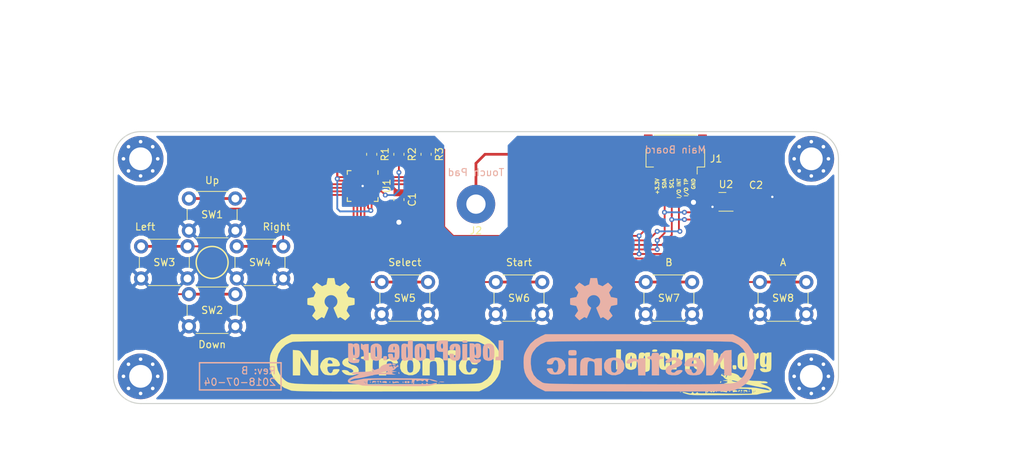
<source format=kicad_pcb>
(kicad_pcb (version 4) (host pcbnew 4.0.7)
  (title_block (title "Nestronic Input Board") (date 2018-07-04) (rev B) (company LogicProbe.org) (comment 1 "Derek Konigsberg"))
  (layers (0 F.Cu signal) (31 B.Cu signal) (34 B.Paste user) (35 F.Paste user) (36 B.SilkS user) (37 F.SilkS user) (38 B.Mask user) (39 F.Mask user) (44 Edge.Cuts user))
  (net 0 "")
  (net 1 +3V3)
  (net 2 GND)
  (net 3 "Net-(J1-Pad2)")
  (net 4 "Net-(J1-Pad3)")
  (net 5 "Net-(J1-Pad4)")
  (net 6 "Net-(J1-Pad5)")
  (net 7 "Net-(R1-Pad2)")
  (net 8 "Net-(R2-Pad2)")
  (net 9 "Net-(SW1-Pad1)")
  (net 10 "Net-(SW2-Pad1)")
  (net 11 "Net-(SW3-Pad1)")
  (net 12 "Net-(SW4-Pad1)")
  (net 13 "Net-(SW5-Pad1)")
  (net 14 "Net-(SW6-Pad1)")
  (net 15 "Net-(SW7-Pad1)")
  (net 16 "Net-(SW8-Pad1)")
  (net 17 "Net-(U2-Pad2)")
  (net 18 "Net-(U2-Pad4)")
  (module lib_fp:LogicProbe (layer B.Cu) (at 93.98 99.06 180)
    (fp_text reference G*** hide)
    (fp_text value LOGO hide)
  )
  (module Capacitor_SMD:C_0805_2012Metric (layer F.Cu) (at 90.17 76.2 270)
    (fp_text reference C1 (at 0 -1.85 270) (layer F.SilkS))
    (fp_text value 0.1uF)
    (pad 1 smd rect (at -0.955 0 270) (size 0.97 1.5) (layers F.Cu F.Paste F.Mask) (net 1 +3V3))
    (pad 2 smd rect (at 0.955 0 270) (size 0.97 1.5) (layers F.Cu F.Paste F.Mask) (net 2 GND))
  )
  (module Connector_JST:JST_SH_SM06B-SRSS-TB_1x06_P1.00mm_Horizontal (layer F.Cu) (at 128.905 69.85 180)
    (fp_text reference J1 (at -5.715 -0.635 180) (layer F.SilkS))
    (fp_text value "Main Board" (at 0 0.635 360) (layer B.SilkS) (effects (justify mirror)))
    (pad 1 smd rect (at -2.5 -2 180) (size 0.6 1.55) (layers F.Cu F.Paste F.Mask) (net 2 GND))
    (pad 2 smd rect (at -1.5 -2 180) (size 0.6 1.55) (layers F.Cu F.Paste F.Mask) (net 3 "Net-(J1-Pad2)"))
    (pad 3 smd rect (at -0.5 -2 180) (size 0.6 1.55) (layers F.Cu F.Paste F.Mask) (net 4 "Net-(J1-Pad3)"))
    (pad 4 smd rect (at 0.5 -2 180) (size 0.6 1.55) (layers F.Cu F.Paste F.Mask) (net 5 "Net-(J1-Pad4)"))
    (pad 5 smd rect (at 1.5 -2 180) (size 0.6 1.55) (layers F.Cu F.Paste F.Mask) (net 6 "Net-(J1-Pad5)"))
    (pad 6 smd rect (at 2.5 -2 180) (size 0.6 1.55) (layers F.Cu F.Paste F.Mask) (net 1 +3V3))
    (pad "" smd rect (at -3.8 1.875 180) (size 1.2 1.8) (layers F.Cu F.Paste F.Mask))
    (pad "" smd rect (at 3.8 1.875 180) (size 1.2 1.8) (layers F.Cu F.Paste F.Mask))
  )
  (module MountingHole:MountingHole_2.7mm_M2.5_Pad (layer F.Cu) (at 100.965 76.835 180)
    (fp_text reference J2 (at 0 -3.7 180) (layer F.SilkS))
    (fp_text value "Touch Pad" (at 0 4.445 180) (layer B.SilkS) (effects (justify mirror)))
    (pad 1 thru_hole circle (at 0 0 180) (size 5.4 5.4) (drill 2.7) (layers *.Cu *.Mask) (net 3 "Net-(J1-Pad2)"))
  )
  (module Resistor_SMD:R_0805_2012Metric (layer F.Cu) (at 86.36 69.85 270)
    (fp_text reference R1 (at 0 -1.85 270) (layer F.SilkS))
    (fp_text value 10k)
    (pad 1 smd rect (at -0.955 0 270) (size 0.97 1.5) (layers F.Cu F.Paste F.Mask) (net 1 +3V3))
    (pad 2 smd rect (at 0.955 0 270) (size 0.97 1.5) (layers F.Cu F.Paste F.Mask) (net 7 "Net-(R1-Pad2)"))
  )
  (module Resistor_SMD:R_0805_2012Metric (layer F.Cu) (at 90.17 69.85 270)
    (fp_text reference R2 (at 0 -1.85 270) (layer F.SilkS))
    (fp_text value 10k)
    (pad 1 smd rect (at -0.955 0 270) (size 0.97 1.5) (layers F.Cu F.Paste F.Mask) (net 1 +3V3))
    (pad 2 smd rect (at 0.955 0 270) (size 0.97 1.5) (layers F.Cu F.Paste F.Mask) (net 8 "Net-(R2-Pad2)"))
  )
  (module Resistor_SMD:R_0805_2012Metric (layer F.Cu) (at 93.98 69.85 270)
    (fp_text reference R3 (at 0 -1.85 270) (layer F.SilkS))
    (fp_text value 10k)
    (pad 1 smd rect (at -0.955 0 270) (size 0.97 1.5) (layers F.Cu F.Paste F.Mask) (net 1 +3V3))
    (pad 2 smd rect (at 0.955 0 270) (size 0.97 1.5) (layers F.Cu F.Paste F.Mask) (net 4 "Net-(J1-Pad3)"))
  )
  (module Button_Switch_THT:SW_PUSH_6mm (layer F.Cu) (at 60.75 76.05)
    (fp_text reference SW1 (at 3.25 2.25) (layer F.SilkS))
    (fp_text value Up (at 3.25 -2.55) (layer F.SilkS))
    (pad 2 thru_hole circle (at 0 4.5 90) (size 2 2) (drill 1.1) (layers *.Cu *.Mask) (net 2 GND))
    (pad 1 thru_hole circle (at 0 0 90) (size 2 2) (drill 1.1) (layers *.Cu *.Mask) (net 9 "Net-(SW1-Pad1)"))
    (pad 2 thru_hole circle (at 6.5 4.5 90) (size 2 2) (drill 1.1) (layers *.Cu *.Mask) (net 2 GND))
    (pad 1 thru_hole circle (at 6.5 0 90) (size 2 2) (drill 1.1) (layers *.Cu *.Mask) (net 9 "Net-(SW1-Pad1)"))
  )
  (module Button_Switch_THT:SW_PUSH_6mm (layer F.Cu) (at 60.75 89.45)
    (fp_text reference SW2 (at 3.25 2.25) (layer F.SilkS))
    (fp_text value Down (at 3.25 7.05) (layer F.SilkS))
    (pad 2 thru_hole circle (at 0 4.5 90) (size 2 2) (drill 1.1) (layers *.Cu *.Mask) (net 2 GND))
    (pad 1 thru_hole circle (at 0 0 90) (size 2 2) (drill 1.1) (layers *.Cu *.Mask) (net 10 "Net-(SW2-Pad1)"))
    (pad 2 thru_hole circle (at 6.5 4.5 90) (size 2 2) (drill 1.1) (layers *.Cu *.Mask) (net 2 GND))
    (pad 1 thru_hole circle (at 6.5 0 90) (size 2 2) (drill 1.1) (layers *.Cu *.Mask) (net 10 "Net-(SW2-Pad1)"))
  )
  (module Button_Switch_THT:SW_PUSH_6mm (layer F.Cu) (at 54.05 82.75)
    (fp_text reference SW3 (at 3.25 2.25) (layer F.SilkS))
    (fp_text value Left (at 0.56 -2.74) (layer F.SilkS))
    (pad 2 thru_hole circle (at 0 4.5 90) (size 2 2) (drill 1.1) (layers *.Cu *.Mask) (net 2 GND))
    (pad 1 thru_hole circle (at 0 0 90) (size 2 2) (drill 1.1) (layers *.Cu *.Mask) (net 11 "Net-(SW3-Pad1)"))
    (pad 2 thru_hole circle (at 6.5 4.5 90) (size 2 2) (drill 1.1) (layers *.Cu *.Mask) (net 2 GND))
    (pad 1 thru_hole circle (at 6.5 0 90) (size 2 2) (drill 1.1) (layers *.Cu *.Mask) (net 11 "Net-(SW3-Pad1)"))
  )
  (module Button_Switch_THT:SW_PUSH_6mm (layer F.Cu) (at 67.45 82.75)
    (fp_text reference SW4 (at 3.25 2.25) (layer F.SilkS))
    (fp_text value Right (at 5.575 -2.74) (layer F.SilkS))
    (pad 2 thru_hole circle (at 0 4.5 90) (size 2 2) (drill 1.1) (layers *.Cu *.Mask) (net 2 GND))
    (pad 1 thru_hole circle (at 0 0 90) (size 2 2) (drill 1.1) (layers *.Cu *.Mask) (net 12 "Net-(SW4-Pad1)"))
    (pad 2 thru_hole circle (at 6.5 4.5 90) (size 2 2) (drill 1.1) (layers *.Cu *.Mask) (net 2 GND))
    (pad 1 thru_hole circle (at 6.5 0 90) (size 2 2) (drill 1.1) (layers *.Cu *.Mask) (net 12 "Net-(SW4-Pad1)"))
  )
  (module Button_Switch_THT:SW_PUSH_6mm (layer F.Cu) (at 87.75 87.75)
    (fp_text reference SW5 (at 3.25 2.25) (layer F.SilkS))
    (fp_text value Select (at 3.25 -2.75) (layer F.SilkS))
    (pad 2 thru_hole circle (at 0 4.5 90) (size 2 2) (drill 1.1) (layers *.Cu *.Mask) (net 2 GND))
    (pad 1 thru_hole circle (at 0 0 90) (size 2 2) (drill 1.1) (layers *.Cu *.Mask) (net 13 "Net-(SW5-Pad1)"))
    (pad 2 thru_hole circle (at 6.5 4.5 90) (size 2 2) (drill 1.1) (layers *.Cu *.Mask) (net 2 GND))
    (pad 1 thru_hole circle (at 6.5 0 90) (size 2 2) (drill 1.1) (layers *.Cu *.Mask) (net 13 "Net-(SW5-Pad1)"))
  )
  (module Button_Switch_THT:SW_PUSH_6mm (layer F.Cu) (at 103.75 87.75)
    (fp_text reference SW6 (at 3.25 2.25) (layer F.SilkS))
    (fp_text value Start (at 3.25 -2.75) (layer F.SilkS))
    (pad 2 thru_hole circle (at 0 4.5 90) (size 2 2) (drill 1.1) (layers *.Cu *.Mask) (net 2 GND))
    (pad 1 thru_hole circle (at 0 0 90) (size 2 2) (drill 1.1) (layers *.Cu *.Mask) (net 14 "Net-(SW6-Pad1)"))
    (pad 2 thru_hole circle (at 6.5 4.5 90) (size 2 2) (drill 1.1) (layers *.Cu *.Mask) (net 2 GND))
    (pad 1 thru_hole circle (at 6.5 0 90) (size 2 2) (drill 1.1) (layers *.Cu *.Mask) (net 14 "Net-(SW6-Pad1)"))
  )
  (module Button_Switch_THT:SW_PUSH_6mm (layer F.Cu) (at 124.75 87.75)
    (fp_text reference SW7 (at 3.25 2.25) (layer F.SilkS))
    (fp_text value B (at 3.25 -2.75) (layer F.SilkS))
    (pad 2 thru_hole circle (at 0 4.5 90) (size 2 2) (drill 1.1) (layers *.Cu *.Mask) (net 2 GND))
    (pad 1 thru_hole circle (at 0 0 90) (size 2 2) (drill 1.1) (layers *.Cu *.Mask) (net 15 "Net-(SW7-Pad1)"))
    (pad 2 thru_hole circle (at 6.5 4.5 90) (size 2 2) (drill 1.1) (layers *.Cu *.Mask) (net 2 GND))
    (pad 1 thru_hole circle (at 6.5 0 90) (size 2 2) (drill 1.1) (layers *.Cu *.Mask) (net 15 "Net-(SW7-Pad1)"))
  )
  (module Button_Switch_THT:SW_PUSH_6mm (layer F.Cu) (at 140.75 87.75)
    (fp_text reference SW8 (at 3.25 2.25) (layer F.SilkS))
    (fp_text value A (at 3.25 -2.75) (layer F.SilkS))
    (pad 2 thru_hole circle (at 0 4.5 90) (size 2 2) (drill 1.1) (layers *.Cu *.Mask) (net 2 GND))
    (pad 1 thru_hole circle (at 0 0 90) (size 2 2) (drill 1.1) (layers *.Cu *.Mask) (net 16 "Net-(SW8-Pad1)"))
    (pad 2 thru_hole circle (at 6.5 4.5 90) (size 2 2) (drill 1.1) (layers *.Cu *.Mask) (net 2 GND))
    (pad 1 thru_hole circle (at 6.5 0 90) (size 2 2) (drill 1.1) (layers *.Cu *.Mask) (net 16 "Net-(SW8-Pad1)"))
  )
  (module MountingHole:MountingHole_3.2mm_M3_Pad_Via (layer F.Cu) (at 53.975 70.485)
    (fp_text reference REF1 hide)
    (fp_text value MountingHole_3.2mm_M3_Pad_Via hide)
    (pad 1 thru_hole circle (at 0 0) (size 6.4 6.4) (drill 3.2) (layers *.Cu *.Mask))
    (pad 1 thru_hole circle (at 2.4 0) (size 0.8 0.8) (drill 0.5) (layers *.Cu *.Mask))
    (pad 1 thru_hole circle (at 1.697056 1.697056) (size 0.8 0.8) (drill 0.5) (layers *.Cu *.Mask))
    (pad 1 thru_hole circle (at 0 2.4) (size 0.8 0.8) (drill 0.5) (layers *.Cu *.Mask))
    (pad 1 thru_hole circle (at -1.697056 1.697056) (size 0.8 0.8) (drill 0.5) (layers *.Cu *.Mask))
    (pad 1 thru_hole circle (at -2.4 0) (size 0.8 0.8) (drill 0.5) (layers *.Cu *.Mask))
    (pad 1 thru_hole circle (at -1.697056 -1.697056) (size 0.8 0.8) (drill 0.5) (layers *.Cu *.Mask))
    (pad 1 thru_hole circle (at 0 -2.4) (size 0.8 0.8) (drill 0.5) (layers *.Cu *.Mask))
    (pad 1 thru_hole circle (at 1.697056 -1.697056) (size 0.8 0.8) (drill 0.5) (layers *.Cu *.Mask))
  )
  (module MountingHole:MountingHole_3.2mm_M3_Pad_Via (layer F.Cu) (at 147.955 70.485)
    (fp_text reference REF2 hide)
    (fp_text value MountingHole_3.2mm_M3_Pad_Via hide)
    (pad 1 thru_hole circle (at 0 0) (size 6.4 6.4) (drill 3.2) (layers *.Cu *.Mask))
    (pad 1 thru_hole circle (at 2.4 0) (size 0.8 0.8) (drill 0.5) (layers *.Cu *.Mask))
    (pad 1 thru_hole circle (at 1.697056 1.697056) (size 0.8 0.8) (drill 0.5) (layers *.Cu *.Mask))
    (pad 1 thru_hole circle (at 0 2.4) (size 0.8 0.8) (drill 0.5) (layers *.Cu *.Mask))
    (pad 1 thru_hole circle (at -1.697056 1.697056) (size 0.8 0.8) (drill 0.5) (layers *.Cu *.Mask))
    (pad 1 thru_hole circle (at -2.4 0) (size 0.8 0.8) (drill 0.5) (layers *.Cu *.Mask))
    (pad 1 thru_hole circle (at -1.697056 -1.697056) (size 0.8 0.8) (drill 0.5) (layers *.Cu *.Mask))
    (pad 1 thru_hole circle (at 0 -2.4) (size 0.8 0.8) (drill 0.5) (layers *.Cu *.Mask))
    (pad 1 thru_hole circle (at 1.697056 -1.697056) (size 0.8 0.8) (drill 0.5) (layers *.Cu *.Mask))
  )
  (module MountingHole:MountingHole_3.2mm_M3_Pad_Via (layer F.Cu) (at 53.975 100.965)
    (fp_text reference REF3 hide)
    (fp_text value MountingHole_3.2mm_M3_Pad_Via hide)
    (pad 1 thru_hole circle (at 0 0) (size 6.4 6.4) (drill 3.2) (layers *.Cu *.Mask))
    (pad 1 thru_hole circle (at 2.4 0) (size 0.8 0.8) (drill 0.5) (layers *.Cu *.Mask))
    (pad 1 thru_hole circle (at 1.697056 1.697056) (size 0.8 0.8) (drill 0.5) (layers *.Cu *.Mask))
    (pad 1 thru_hole circle (at 0 2.4) (size 0.8 0.8) (drill 0.5) (layers *.Cu *.Mask))
    (pad 1 thru_hole circle (at -1.697056 1.697056) (size 0.8 0.8) (drill 0.5) (layers *.Cu *.Mask))
    (pad 1 thru_hole circle (at -2.4 0) (size 0.8 0.8) (drill 0.5) (layers *.Cu *.Mask))
    (pad 1 thru_hole circle (at -1.697056 -1.697056) (size 0.8 0.8) (drill 0.5) (layers *.Cu *.Mask))
    (pad 1 thru_hole circle (at 0 -2.4) (size 0.8 0.8) (drill 0.5) (layers *.Cu *.Mask))
    (pad 1 thru_hole circle (at 1.697056 -1.697056) (size 0.8 0.8) (drill 0.5) (layers *.Cu *.Mask))
  )
  (module MountingHole:MountingHole_3.2mm_M3_Pad_Via (layer F.Cu) (at 147.955 100.965)
    (fp_text reference REF4 hide)
    (fp_text value MountingHole_3.2mm_M3_Pad_Via hide)
    (pad 1 thru_hole circle (at 0 0) (size 6.4 6.4) (drill 3.2) (layers *.Cu *.Mask))
    (pad 1 thru_hole circle (at 2.4 0) (size 0.8 0.8) (drill 0.5) (layers *.Cu *.Mask))
    (pad 1 thru_hole circle (at 1.697056 1.697056) (size 0.8 0.8) (drill 0.5) (layers *.Cu *.Mask))
    (pad 1 thru_hole circle (at 0 2.4) (size 0.8 0.8) (drill 0.5) (layers *.Cu *.Mask))
    (pad 1 thru_hole circle (at -1.697056 1.697056) (size 0.8 0.8) (drill 0.5) (layers *.Cu *.Mask))
    (pad 1 thru_hole circle (at -2.4 0) (size 0.8 0.8) (drill 0.5) (layers *.Cu *.Mask))
    (pad 1 thru_hole circle (at -1.697056 -1.697056) (size 0.8 0.8) (drill 0.5) (layers *.Cu *.Mask))
    (pad 1 thru_hole circle (at 0 -2.4) (size 0.8 0.8) (drill 0.5) (layers *.Cu *.Mask))
    (pad 1 thru_hole circle (at 1.697056 -1.697056) (size 0.8 0.8) (drill 0.5) (layers *.Cu *.Mask))
  )
  (module lib_fp:LOGO (layer B.Cu) (at 123.825 99.06 180)
    (fp_text reference G*** hide)
    (fp_text value LOGO hide)
  )
  (module lib_fp:Via_50mill (layer F.Cu) (at 131.445 76.581)
    (fp_text reference REF** hide)
    (fp_text value Via_50mill hide)
    (pad "" thru_hole circle (at 0 0) (size 1.27 1.27) (drill 0.7112) (layers *.Cu) (net 2 GND))
  )
  (module lib_fp:Via_50mill (layer F.Cu) (at 90.17 79.375)
    (fp_text reference REF** hide)
    (fp_text value Via_50mill hide)
    (pad "" thru_hole circle (at 0 0) (size 1.27 1.27) (drill 0.7112) (layers *.Cu) (net 2 GND))
  )
  (module Symbol:OSHW-Symbol_6.7x6mm_SilkScreen (layer B.Cu) (at 117.475 90.17 180)
    (fp_text reference REF** hide)
    (fp_text value OSHW-Symbol_6.7x6mm_SilkScreen hide)
  )
  (module Symbol:OSHW-Symbol_6.7x6mm_SilkScreen (layer F.Cu) (at 80.645 90.17)
    (fp_text reference REF** hide)
    (fp_text value OSHW-Symbol_6.7x6mm_SilkScreen hide)
  )
  (module lib_fp:LOGO (layer F.Cu) (at 88.265 99.06)
    (fp_text reference G*** hide)
    (fp_text value LOGO hide)
  )
  (module lib_fp:LogicProbe (layer F.Cu) (at 131.445 100.33)
    (fp_text reference G*** hide)
    (fp_text value LOGO hide)
  )
  (module lib_fp:WQFN-24-1EP_4x4mm_P0.5mm_EP2.45x2.45mm (layer F.Cu) (at 85.09 74.295 270)
    (fp_text reference U1 (at 0 -3.375 270) (layer F.SilkS))
    (fp_text value TCA8418)
    (pad 1 smd rect (at -1.9 -1.25 270) (size 0.6 0.24) (layers F.Cu F.Paste F.Mask) (net 7 "Net-(R1-Pad2)"))
    (pad 2 smd rect (at -1.9 -0.75 270) (size 0.6 0.24) (layers F.Cu F.Paste F.Mask) (net 7 "Net-(R1-Pad2)"))
    (pad 3 smd rect (at -1.9 -0.25 270) (size 0.6 0.24) (layers F.Cu F.Paste F.Mask) (net 7 "Net-(R1-Pad2)"))
    (pad 4 smd rect (at -1.9 0.25 270) (size 0.6 0.24) (layers F.Cu F.Paste F.Mask) (net 7 "Net-(R1-Pad2)"))
    (pad 5 smd rect (at -1.9 0.75 270) (size 0.6 0.24) (layers F.Cu F.Paste F.Mask) (net 7 "Net-(R1-Pad2)"))
    (pad 6 smd rect (at -1.9 1.25 270) (size 0.6 0.24) (layers F.Cu F.Paste F.Mask) (net 7 "Net-(R1-Pad2)"))
    (pad 7 smd rect (at -1.25 1.9) (size 0.6 0.24) (layers F.Cu F.Paste F.Mask) (net 7 "Net-(R1-Pad2)"))
    (pad 8 smd rect (at -0.75 1.9) (size 0.6 0.24) (layers F.Cu F.Paste F.Mask) (net 7 "Net-(R1-Pad2)"))
    (pad 9 smd rect (at -0.25 1.9) (size 0.6 0.24) (layers F.Cu F.Paste F.Mask) (net 9 "Net-(SW1-Pad1)"))
    (pad 10 smd rect (at 0.25 1.9) (size 0.6 0.24) (layers F.Cu F.Paste F.Mask) (net 10 "Net-(SW2-Pad1)"))
    (pad 11 smd rect (at 0.75 1.9) (size 0.6 0.24) (layers F.Cu F.Paste F.Mask) (net 11 "Net-(SW3-Pad1)"))
    (pad 12 smd rect (at 1.25 1.9) (size 0.6 0.24) (layers F.Cu F.Paste F.Mask) (net 12 "Net-(SW4-Pad1)"))
    (pad 13 smd rect (at 1.9 1.25 270) (size 0.6 0.24) (layers F.Cu F.Paste F.Mask) (net 13 "Net-(SW5-Pad1)"))
    (pad 14 smd rect (at 1.9 0.75 270) (size 0.6 0.24) (layers F.Cu F.Paste F.Mask) (net 14 "Net-(SW6-Pad1)"))
    (pad 15 smd rect (at 1.9 0.25 270) (size 0.6 0.24) (layers F.Cu F.Paste F.Mask) (net 15 "Net-(SW7-Pad1)"))
    (pad 16 smd rect (at 1.9 -0.25 270) (size 0.6 0.24) (layers F.Cu F.Paste F.Mask) (net 16 "Net-(SW8-Pad1)"))
    (pad 17 smd rect (at 1.9 -0.75 270) (size 0.6 0.24) (layers F.Cu F.Paste F.Mask) (net 7 "Net-(R1-Pad2)"))
    (pad 18 smd rect (at 1.9 -1.25 270) (size 0.6 0.24) (layers F.Cu F.Paste F.Mask) (net 7 "Net-(R1-Pad2)"))
    (pad 19 smd rect (at 1.25 -1.9) (size 0.6 0.24) (layers F.Cu F.Paste F.Mask) (net 2 GND))
    (pad 20 smd rect (at 0.75 -1.9) (size 0.6 0.24) (layers F.Cu F.Paste F.Mask) (net 8 "Net-(R2-Pad2)"))
    (pad 21 smd rect (at 0.25 -1.9) (size 0.6 0.24) (layers F.Cu F.Paste F.Mask) (net 1 +3V3))
    (pad 22 smd rect (at -0.25 -1.9) (size 0.6 0.24) (layers F.Cu F.Paste F.Mask) (net 6 "Net-(J1-Pad5)"))
    (pad 23 smd rect (at -0.75 -1.9) (size 0.6 0.24) (layers F.Cu F.Paste F.Mask) (net 5 "Net-(J1-Pad4)"))
    (pad 24 smd rect (at -1.25 -1.9) (size 0.6 0.24) (layers F.Cu F.Paste F.Mask) (net 4 "Net-(J1-Pad3)"))
    (pad 25 smd rect (at 0 0 270) (size 2.45 2.45) (layers F.Cu F.Mask) (net 2 GND))
  )
  (module lib_fp:Via_27mill (layer F.Cu) (at 85.09 74.295)
    (fp_text reference REF** hide)
    (fp_text value Via_27mill hide)
    (pad "" thru_hole circle (at 0 0) (size 0.6858 0.6858) (drill 0.3302) (layers *.Cu) (net 2 GND))
  )
  (module Capacitor_SMD:C_0805_2012Metric (layer F.Cu) (at 140.208 75.819)
    (fp_text reference C2 (at 0 -1.65) (layer F.SilkS))
    (fp_text value 1uF)
    (pad 1 smd rect (at -0.88 0) (size 1.12 1.4) (layers F.Cu F.Paste F.Mask) (net 1 +3V3))
    (pad 2 smd rect (at 0.88 0) (size 1.12 1.4) (layers F.Cu F.Paste F.Mask) (net 2 GND))
  )
  (module lib_fp:AMS_TSL2591 (layer F.Cu) (at 136 76.5126)
    (fp_text reference U2 (at 0 -2.45) (layer F.SilkS))
    (fp_text value TSL2591)
    (pad 1 smd rect (at -0.75 -0.65) (size 1.2 0.35) (layers F.Cu F.Paste F.Mask) (net 5 "Net-(J1-Pad4)"))
    (pad 2 smd oval (at -0.75 0) (size 1.2 0.35) (layers F.Cu F.Paste F.Mask) (net 17 "Net-(U2-Pad2)"))
    (pad 3 smd oval (at -0.75 0.65) (size 1.2 0.35) (layers F.Cu F.Paste F.Mask) (net 2 GND))
    (pad 4 smd oval (at 0.75 0.65) (size 1.2 0.35) (layers F.Cu F.Paste F.Mask) (net 18 "Net-(U2-Pad4)"))
    (pad 5 smd oval (at 0.75 0) (size 1.2 0.35) (layers F.Cu F.Paste F.Mask) (net 1 +3V3))
    (pad 6 smd oval (at 0.75 -0.65) (size 1.2 0.35) (layers F.Cu F.Paste F.Mask) (net 6 "Net-(J1-Pad5)"))
  )
  (gr_line (start 73.66 102.87) (end 62.23 102.87) (angle 90) (layer B.SilkS) (width 0.2))
  (gr_line (start 73.66 99.06) (end 73.66 102.87) (angle 90) (layer B.SilkS) (width 0.2))
  (gr_line (start 62.23 99.06) (end 73.66 99.06) (angle 90) (layer B.SilkS) (width 0.2))
  (gr_line (start 62.23 102.87) (end 62.23 99.06) (angle 90) (layer B.SilkS) (width 0.2))
  (gr_text "Rev: B\n2018-07-04" (at 73.025 100.965) (layer B.SilkS) (effects (font (size 1 1)) (justify left mirror)))
  (gr_text GND (at 131.445 73.152 90) (layer F.SilkS) (effects (font (size 0.5 0.5) (thickness 0.125)) (justify right)))
  (gr_text "I/O TP" (at 130.429 73.152 90) (layer F.SilkS) (effects (font (size 0.5 0.5) (thickness 0.125)) (justify right)))
  (gr_text "I/O INT" (at 129.413 73.152 90) (layer F.SilkS) (effects (font (size 0.5 0.5) (thickness 0.125)) (justify right)))
  (gr_text SCL (at 128.397 73.152 90) (layer F.SilkS) (effects (font (size 0.5 0.5) (thickness 0.125)) (justify right)))
  (gr_text SDA (at 127.381 73.152 90) (layer F.SilkS) (effects (font (size 0.5 0.5) (thickness 0.125)) (justify right)))
  (gr_text +3.3V (at 126.365 73.152 90) (layer F.SilkS) (effects (font (size 0.5 0.5) (thickness 0.125)) (justify right)))
  (gr_line (start 151.765 70.485) (end 151.765 100.965) (angle 90) (layer Edge.Cuts) (width 0.15))
  (gr_line (start 50.165 70.485) (end 50.165 100.965) (angle 90) (layer Edge.Cuts) (width 0.15))
  (gr_arc (start 53.975 70.485) (end 50.165 70.485) (angle 90) (layer Edge.Cuts) (width 0.15))
  (gr_line (start 147.955 66.675) (end 53.975 66.675) (angle 90) (layer Edge.Cuts) (width 0.15))
  (gr_arc (start 147.955 70.485) (end 147.955 66.675) (angle 90) (layer Edge.Cuts) (width 0.15))
  (gr_line (start 53.975 104.775) (end 147.955 104.775) (angle 90) (layer Edge.Cuts) (width 0.15))
  (gr_arc (start 53.975 100.965) (end 53.975 104.775) (angle 90) (layer Edge.Cuts) (width 0.15))
  (gr_arc (start 147.955 100.965) (end 151.765 100.965) (angle 90) (layer Edge.Cuts) (width 0.15))
  (gr_circle (center 64 85) (end 66 86) (layer F.SilkS) (width 0.2))
  (segment (start 139.328 75.819) (end 139.328 83.303) (width 0.254) (layer F.Cu) (net 1))
  (segment (start 138.811 83.82) (end 123.825 83.82) (width 0.254) (layer F.Cu) (net 1))
  (segment (start 139.328 83.303) (end 138.811 83.82) (width 0.254) (layer F.Cu) (net 1))
  (segment (start 136.75 76.5126) (end 137.6094 76.5126) (width 0.254) (layer F.Cu) (net 1))
  (segment (start 138.303 75.819) (end 139.328 75.819) (width 0.254) (layer F.Cu) (net 1))
  (segment (start 137.6094 76.5126) (end 138.303 75.819) (width 0.254) (layer F.Cu) (net 1))
  (segment (start 90.17 68.895) (end 86.36 68.895) (width 0.254) (layer F.Cu) (net 1))
  (segment (start 93.98 68.895) (end 90.17 68.895) (width 0.254) (layer F.Cu) (net 1))
  (segment (start 123.825 81.28) (end 97.79 81.28) (width 0.254) (layer F.Cu) (net 1))
  (segment (start 96.2 68.895) (end 93.98 68.895) (width 0.254) (layer F.Cu) (net 1))
  (segment (start 96.52 69.215) (end 96.2 68.895) (width 0.254) (layer F.Cu) (net 1))
  (segment (start 96.52 80.01) (end 96.52 69.215) (width 0.254) (layer F.Cu) (net 1))
  (segment (start 97.79 81.28) (end 96.52 80.01) (width 0.254) (layer F.Cu) (net 1))
  (segment (start 90.17 75.245) (end 93.025 75.245) (width 0.254) (layer F.Cu) (net 1))
  (segment (start 93.025 75.245) (end 93.98 76.2) (width 0.254) (layer F.Cu) (net 1))
  (segment (start 93.98 76.2) (end 93.98 82.55) (width 0.254) (layer F.Cu) (net 1))
  (segment (start 93.98 82.55) (end 95.25 83.82) (width 0.254) (layer F.Cu) (net 1))
  (segment (start 95.25 83.82) (end 123.825 83.82) (width 0.254) (layer F.Cu) (net 1))
  (segment (start 126.365 78.74) (end 126.365 71.89) (width 0.254) (layer F.Cu) (net 1))
  (segment (start 123.825 81.28) (end 126.365 78.74) (width 0.254) (layer F.Cu) (net 1))
  (via (at 123.825 81.28) (size 0.6858) (drill 0.3302) (layers F.Cu B.Cu) (net 1))
  (via (at 123.825 83.82) (size 0.6858) (drill 0.3302) (layers F.Cu B.Cu) (net 1))
  (segment (start 123.825 83.82) (end 123.825 81.28) (width 0.254) (layer B.Cu) (net 1))
  (segment (start 126.365 71.89) (end 126.405 71.85) (width 0.254) (layer F.Cu) (net 1))
  (segment (start 89.47 74.545) (end 90.17 75.245) (width 0.254) (layer F.Cu) (net 1))
  (segment (start 87.065 74.545) (end 89.47 74.545) (width 0.254) (layer F.Cu) (net 1))
  (segment (start 141.088 75.819) (end 142.494 75.819) (width 0.254) (layer F.Cu) (net 2))
  (via (at 142.494 75.819) (size 0.6858) (drill 0.3302) (layers F.Cu B.Cu) (net 2))
  (segment (start 135.25 77.1626) (end 134.1654 77.1626) (width 0.254) (layer F.Cu) (net 2))
  (segment (start 134.1654 77.1626) (end 134.112 77.216) (width 0.254) (layer F.Cu) (net 2))
  (via (at 134.112 77.216) (size 0.6858) (drill 0.3302) (layers F.Cu B.Cu) (net 2))
  (segment (start 131.405 71.85) (end 131.405 76.541) (width 0.381) (layer F.Cu) (net 2))
  (segment (start 131.405 76.541) (end 131.445 76.581) (width 0.381) (layer F.Cu) (net 2))
  (segment (start 90.17 77.155) (end 90.17 79.375) (width 0.381) (layer F.Cu) (net 2))
  (segment (start 87.95 77.155) (end 90.17 77.155) (width 0.254) (layer F.Cu) (net 2))
  (segment (start 87.065 76.27) (end 87.95 77.155) (width 0.254) (layer F.Cu) (net 2))
  (segment (start 87.065 75.545) (end 87.065 76.27) (width 0.254) (layer F.Cu) (net 2))
  (segment (start 130.405 71.85) (end 130.405 70.715) (width 0.381) (layer F.Cu) (net 3))
  (segment (start 100.965 71.12) (end 100.965 76.835) (width 0.381) (layer F.Cu) (net 3))
  (segment (start 102.235 69.85) (end 100.965 71.12) (width 0.381) (layer F.Cu) (net 3))
  (segment (start 129.54 69.85) (end 102.235 69.85) (width 0.381) (layer F.Cu) (net 3))
  (segment (start 130.405 70.715) (end 129.54 69.85) (width 0.381) (layer F.Cu) (net 3))
  (segment (start 93.98 70.805) (end 93.98 73.045) (width 0.254) (layer F.Cu) (net 4))
  (segment (start 93.98 73.045) (end 93.98 73.025) (width 0.254) (layer F.Cu) (net 4))
  (segment (start 93.98 73.025) (end 93.98 73.045) (width 0.254) (layer F.Cu) (net 4))
  (segment (start 93.98 73.045) (end 94.635 73.045) (width 0.254) (layer F.Cu) (net 4))
  (segment (start 129.405 80.51) (end 129.405 71.85) (width 0.254) (layer F.Cu) (net 4))
  (segment (start 129.54 80.645) (end 129.405 80.51) (width 0.254) (layer F.Cu) (net 4))
  (via (at 129.54 80.645) (size 0.6858) (drill 0.3302) (layers F.Cu B.Cu) (net 4))
  (segment (start 126.365 80.645) (end 129.54 80.645) (width 0.254) (layer B.Cu) (net 4))
  (via (at 126.365 80.645) (size 0.6858) (drill 0.3302) (layers F.Cu B.Cu) (net 4))
  (segment (start 125.095 81.915) (end 126.365 80.645) (width 0.254) (layer F.Cu) (net 4))
  (segment (start 97.155 81.915) (end 125.095 81.915) (width 0.254) (layer F.Cu) (net 4))
  (segment (start 95.885 80.645) (end 97.155 81.915) (width 0.254) (layer F.Cu) (net 4))
  (segment (start 95.885 74.295) (end 95.885 80.645) (width 0.254) (layer F.Cu) (net 4))
  (segment (start 94.635 73.045) (end 95.885 74.295) (width 0.254) (layer F.Cu) (net 4))
  (segment (start 87.065 73.045) (end 93.98 73.045) (width 0.254) (layer F.Cu) (net 4))
  (segment (start 135.25 75.8626) (end 133.6874 75.8626) (width 0.254) (layer F.Cu) (net 5))
  (via (at 128.397 78.994) (size 0.6858) (drill 0.3302) (layers F.Cu B.Cu) (net 5))
  (segment (start 130.175 78.994) (end 128.397 78.994) (width 0.254) (layer B.Cu) (net 5))
  (via (at 130.175 78.994) (size 0.6858) (drill 0.3302) (layers F.Cu B.Cu) (net 5))
  (segment (start 132.715 78.994) (end 130.175 78.994) (width 0.254) (layer F.Cu) (net 5))
  (segment (start 133.223 78.486) (end 132.715 78.994) (width 0.254) (layer F.Cu) (net 5))
  (segment (start 133.223 76.327) (end 133.223 78.486) (width 0.254) (layer F.Cu) (net 5))
  (segment (start 133.6874 75.8626) (end 133.223 76.327) (width 0.254) (layer F.Cu) (net 5))
  (segment (start 128.397 78.994) (end 128.405 78.994) (width 0.254) (layer F.Cu) (net 5))
  (segment (start 128.405 78.994) (end 128.397 78.994) (width 0.254) (layer F.Cu) (net 5))
  (segment (start 128.397 78.994) (end 128.405 78.994) (width 0.254) (layer F.Cu) (net 5))
  (segment (start 128.397 78.359) (end 128.405 78.359) (width 0.254) (layer F.Cu) (net 5))
  (segment (start 128.405 78.359) (end 128.397 78.359) (width 0.254) (layer F.Cu) (net 5))
  (segment (start 128.397 78.359) (end 128.405 78.359) (width 0.254) (layer F.Cu) (net 5))
  (segment (start 128.405 81.145) (end 128.405 78.994) (width 0.254) (layer F.Cu) (net 5))
  (segment (start 128.405 78.994) (end 128.405 78.359) (width 0.254) (layer F.Cu) (net 5))
  (segment (start 128.405 78.359) (end 128.405 71.85) (width 0.254) (layer F.Cu) (net 5))
  (segment (start 127 82.55) (end 128.405 81.145) (width 0.254) (layer F.Cu) (net 5))
  (segment (start 96.52 82.55) (end 127 82.55) (width 0.254) (layer F.Cu) (net 5))
  (segment (start 95.25 81.28) (end 96.52 82.55) (width 0.254) (layer F.Cu) (net 5))
  (segment (start 95.25 74.93) (end 95.25 81.28) (width 0.254) (layer F.Cu) (net 5))
  (segment (start 93.865 73.545) (end 95.25 74.93) (width 0.254) (layer F.Cu) (net 5))
  (segment (start 87.065 73.545) (end 93.865 73.545) (width 0.254) (layer F.Cu) (net 5))
  (segment (start 136.75 75.8626) (end 136.75 74.901) (width 0.254) (layer F.Cu) (net 6))
  (via (at 127.381 77.978) (size 0.6858) (drill 0.3302) (layers F.Cu B.Cu) (net 6))
  (segment (start 130.175 77.978) (end 127.381 77.978) (width 0.254) (layer B.Cu) (net 6))
  (via (at 130.175 77.978) (size 0.6858) (drill 0.3302) (layers F.Cu B.Cu) (net 6))
  (segment (start 132.207 77.978) (end 130.175 77.978) (width 0.254) (layer F.Cu) (net 6))
  (segment (start 132.715 77.47) (end 132.207 77.978) (width 0.254) (layer F.Cu) (net 6))
  (segment (start 132.715 74.93) (end 132.715 77.47) (width 0.254) (layer F.Cu) (net 6))
  (segment (start 133.223 74.422) (end 132.715 74.93) (width 0.254) (layer F.Cu) (net 6))
  (segment (start 136.271 74.422) (end 133.223 74.422) (width 0.254) (layer F.Cu) (net 6))
  (segment (start 136.75 74.901) (end 136.271 74.422) (width 0.254) (layer F.Cu) (net 6))
  (segment (start 127.381 77.978) (end 127.405 77.978) (width 0.254) (layer F.Cu) (net 6))
  (segment (start 127.405 77.978) (end 127.381 77.978) (width 0.254) (layer F.Cu) (net 6))
  (segment (start 127.381 77.978) (end 127.405 77.978) (width 0.254) (layer F.Cu) (net 6))
  (segment (start 127.381 74.676) (end 127.405 74.676) (width 0.254) (layer F.Cu) (net 6))
  (segment (start 127.405 74.676) (end 127.381 74.676) (width 0.254) (layer F.Cu) (net 6))
  (segment (start 127.381 74.676) (end 127.405 74.676) (width 0.254) (layer F.Cu) (net 6))
  (segment (start 127.405 71.85) (end 127.405 74.676) (width 0.254) (layer F.Cu) (net 6))
  (segment (start 127.405 74.676) (end 127.405 77.978) (width 0.254) (layer F.Cu) (net 6))
  (segment (start 127.405 77.978) (end 127.405 80.875) (width 0.254) (layer F.Cu) (net 6))
  (segment (start 127.405 80.875) (end 126.365 81.915) (width 0.254) (layer F.Cu) (net 6))
  (via (at 126.365 81.915) (size 0.6858) (drill 0.3302) (layers F.Cu B.Cu) (net 6))
  (segment (start 126.365 81.915) (end 126.365 83.185) (width 0.254) (layer B.Cu) (net 6))
  (segment (start 87.065 74.045) (end 93.095 74.045) (width 0.254) (layer F.Cu) (net 6))
  (segment (start 93.095 74.045) (end 94.615 75.565) (width 0.254) (layer F.Cu) (net 6))
  (segment (start 94.615 81.915) (end 94.615 75.565) (width 0.254) (layer F.Cu) (net 6))
  (segment (start 95.885 83.185) (end 94.615 81.915) (width 0.254) (layer F.Cu) (net 6))
  (segment (start 126.365 83.185) (end 95.885 83.185) (width 0.254) (layer F.Cu) (net 6))
  (via (at 126.365 83.185) (size 0.6858) (drill 0.3302) (layers F.Cu B.Cu) (net 6))
  (segment (start 86.34 76.27) (end 86.34 77.617) (width 0.254) (layer F.Cu) (net 7))
  (segment (start 85.84 76.27) (end 85.84 77.331) (width 0.254) (layer F.Cu) (net 7))
  (segment (start 85.84 77.331) (end 86.233 77.724) (width 0.254) (layer F.Cu) (net 7))
  (via (at 86.233 77.724) (size 0.6858) (drill 0.3302) (layers F.Cu B.Cu) (net 7))
  (segment (start 86.233 77.724) (end 86.106 77.851) (width 0.254) (layer B.Cu) (net 7))
  (segment (start 86.34 77.617) (end 86.233 77.724) (width 0.254) (layer F.Cu) (net 7))
  (segment (start 86.34 72.32) (end 86.34 70.825) (width 0.254) (layer F.Cu) (net 7))
  (segment (start 83.84 70.805) (end 86.36 70.805) (width 0.254) (layer F.Cu) (net 7))
  (segment (start 81.534 73.279) (end 81.534 70.866) (width 0.254) (layer F.Cu) (net 7))
  (via (at 81.534 73.279) (size 0.6858) (drill 0.3302) (layers F.Cu B.Cu) (net 7))
  (segment (start 81.534 77.47) (end 81.534 73.279) (width 0.254) (layer B.Cu) (net 7))
  (segment (start 81.915 77.851) (end 81.534 77.47) (width 0.254) (layer B.Cu) (net 7))
  (segment (start 81.534 70.866) (end 81.595 70.805) (width 0.254) (layer F.Cu) (net 7))
  (segment (start 81.595 70.805) (end 86.36 70.805) (width 0.254) (layer F.Cu) (net 7))
  (segment (start 81.534 73.533) (end 81.534 70.866) (width 0.254) (layer F.Cu) (net 7))
  (segment (start 81.546 73.545) (end 81.534 73.533) (width 0.254) (layer F.Cu) (net 7))
  (segment (start 81.534 70.866) (end 81.595 70.805) (width 0.254) (layer F.Cu) (net 7))
  (segment (start 81.595 70.805) (end 86.36 70.805) (width 0.254) (layer F.Cu) (net 7))
  (segment (start 81.595 70.805) (end 86.36 70.805) (width 0.254) (layer F.Cu) (net 7))
  (segment (start 81.534 70.866) (end 81.595 70.805) (width 0.254) (layer F.Cu) (net 7))
  (segment (start 81.534 73.025) (end 81.534 70.866) (width 0.254) (layer F.Cu) (net 7))
  (segment (start 81.554 73.045) (end 81.534 73.025) (width 0.254) (layer F.Cu) (net 7))
  (segment (start 84.413 70.805) (end 86.36 70.805) (width 0.254) (layer F.Cu) (net 7))
  (segment (start 84.905 70.805) (end 86.36 70.805) (width 0.254) (layer F.Cu) (net 7))
  (segment (start 85.405 70.805) (end 86.36 70.805) (width 0.254) (layer F.Cu) (net 7))
  (segment (start 85.84 71.325) (end 86.36 70.805) (width 0.254) (layer F.Cu) (net 7))
  (segment (start 86.34 70.825) (end 86.36 70.805) (width 0.254) (layer F.Cu) (net 7))
  (segment (start 85.84 72.32) (end 85.84 71.325) (width 0.254) (layer F.Cu) (net 7))
  (segment (start 86.106 77.851) (end 81.915 77.851) (width 0.254) (layer B.Cu) (net 7))
  (segment (start 85.34 72.32) (end 85.34 70.87) (width 0.254) (layer F.Cu) (net 7))
  (segment (start 85.34 70.87) (end 85.405 70.805) (width 0.254) (layer F.Cu) (net 7))
  (segment (start 84.84 72.32) (end 84.84 70.87) (width 0.254) (layer F.Cu) (net 7))
  (segment (start 84.84 70.87) (end 84.905 70.805) (width 0.254) (layer F.Cu) (net 7))
  (segment (start 84.34 72.32) (end 84.34 70.878) (width 0.254) (layer F.Cu) (net 7))
  (segment (start 84.34 70.878) (end 84.413 70.805) (width 0.254) (layer F.Cu) (net 7))
  (segment (start 83.84 72.32) (end 83.84 70.805) (width 0.254) (layer F.Cu) (net 7))
  (segment (start 83.115 73.045) (end 81.554 73.045) (width 0.254) (layer F.Cu) (net 7))
  (segment (start 83.115 73.545) (end 81.546 73.545) (width 0.254) (layer F.Cu) (net 7))
  (segment (start 87.065 75.045) (end 87.745 75.045) (width 0.254) (layer F.Cu) (net 8))
  (segment (start 87.745 75.045) (end 88.265 75.565) (width 0.254) (layer F.Cu) (net 8))
  (segment (start 90.17 72.39) (end 90.17 70.805) (width 0.254) (layer F.Cu) (net 8))
  (via (at 90.17 72.39) (size 0.6858) (drill 0.3302) (layers F.Cu B.Cu) (net 8))
  (segment (start 90.17 74.93) (end 90.17 72.39) (width 0.254) (layer B.Cu) (net 8))
  (segment (start 89.535 75.565) (end 90.17 74.93) (width 0.254) (layer B.Cu) (net 8))
  (segment (start 88.265 75.565) (end 89.535 75.565) (width 0.254) (layer B.Cu) (net 8))
  (via (at 88.265 75.565) (size 0.6858) (drill 0.3302) (layers F.Cu B.Cu) (net 8))
  (segment (start 67.25 76.05) (end 70.635 76.05) (width 0.254) (layer F.Cu) (net 9))
  (segment (start 60.75 76.05) (end 67.25 76.05) (width 0.381) (layer F.Cu) (net 9))
  (segment (start 72.64 74.045) (end 83.115 74.045) (width 0.254) (layer F.Cu) (net 9))
  (segment (start 70.635 76.05) (end 72.64 74.045) (width 0.254) (layer F.Cu) (net 9))
  (segment (start 53.255 89.45) (end 60.75 89.45) (width 0.254) (layer F.Cu) (net 10))
  (segment (start 52.07 88.265) (end 53.255 89.45) (width 0.254) (layer F.Cu) (net 10))
  (segment (start 52.07 80.01) (end 52.07 88.265) (width 0.254) (layer F.Cu) (net 10))
  (segment (start 53.34 78.74) (end 52.07 80.01) (width 0.254) (layer F.Cu) (net 10))
  (segment (start 60.96 78.74) (end 53.34 78.74) (width 0.254) (layer F.Cu) (net 10))
  (segment (start 62.23 77.47) (end 60.96 78.74) (width 0.254) (layer F.Cu) (net 10))
  (segment (start 71.12 77.47) (end 62.23 77.47) (width 0.254) (layer F.Cu) (net 10))
  (segment (start 60.75 89.45) (end 67.25 89.45) (width 0.381) (layer F.Cu) (net 10))
  (segment (start 83.115 74.545) (end 74.045 74.545) (width 0.254) (layer F.Cu) (net 10))
  (segment (start 74.045 74.545) (end 71.12 77.47) (width 0.254) (layer F.Cu) (net 10))
  (segment (start 74.815 75.045) (end 83.115 75.045) (width 0.254) (layer F.Cu) (net 11))
  (segment (start 71.755 78.105) (end 74.815 75.045) (width 0.254) (layer F.Cu) (net 11))
  (segment (start 64.77 78.105) (end 71.755 78.105) (width 0.254) (layer F.Cu) (net 11))
  (segment (start 62.865 80.01) (end 64.77 78.105) (width 0.254) (layer F.Cu) (net 11))
  (segment (start 62.865 81.915) (end 62.865 80.01) (width 0.254) (layer F.Cu) (net 11))
  (segment (start 62.03 82.75) (end 62.865 81.915) (width 0.254) (layer F.Cu) (net 11))
  (segment (start 60.55 82.75) (end 62.03 82.75) (width 0.254) (layer F.Cu) (net 11))
  (segment (start 54.05 82.75) (end 60.55 82.75) (width 0.381) (layer F.Cu) (net 11))
  (segment (start 83.115 75.545) (end 75.585 75.545) (width 0.254) (layer F.Cu) (net 12))
  (segment (start 75.585 75.545) (end 73.95 77.18) (width 0.254) (layer F.Cu) (net 12))
  (segment (start 73.95 77.18) (end 73.95 82.75) (width 0.254) (layer F.Cu) (net 12))
  (segment (start 67.45 82.75) (end 73.95 82.75) (width 0.381) (layer F.Cu) (net 12))
  (segment (start 83.82 86.36) (end 83.82 76.29) (width 0.254) (layer F.Cu) (net 13))
  (segment (start 83.82 76.29) (end 83.84 76.27) (width 0.254) (layer F.Cu) (net 13))
  (segment (start 85.21 87.75) (end 83.82 86.36) (width 0.254) (layer F.Cu) (net 13))
  (segment (start 87.75 87.75) (end 85.21 87.75) (width 0.254) (layer F.Cu) (net 13))
  (segment (start 87.75 87.75) (end 94.25 87.75) (width 0.381) (layer F.Cu) (net 13))
  (segment (start 84.34 84.34) (end 84.34 76.27) (width 0.254) (layer F.Cu) (net 14))
  (segment (start 85.725 85.725) (end 84.34 84.34) (width 0.254) (layer F.Cu) (net 14))
  (segment (start 95.25 85.725) (end 85.725 85.725) (width 0.254) (layer F.Cu) (net 14))
  (segment (start 97.275 87.75) (end 95.25 85.725) (width 0.254) (layer F.Cu) (net 14))
  (segment (start 103.75 87.75) (end 97.275 87.75) (width 0.254) (layer F.Cu) (net 14))
  (segment (start 103.75 87.75) (end 110.25 87.75) (width 0.381) (layer F.Cu) (net 14))
  (segment (start 84.84 83.57) (end 84.84 76.27) (width 0.254) (layer F.Cu) (net 15))
  (segment (start 86.36 85.09) (end 84.84 83.57) (width 0.254) (layer F.Cu) (net 15))
  (segment (start 114.3 85.09) (end 86.36 85.09) (width 0.254) (layer F.Cu) (net 15))
  (segment (start 116.96 87.75) (end 114.3 85.09) (width 0.254) (layer F.Cu) (net 15))
  (segment (start 124.75 87.75) (end 116.96 87.75) (width 0.254) (layer F.Cu) (net 15))
  (segment (start 124.75 87.75) (end 131.25 87.75) (width 0.381) (layer F.Cu) (net 15))
  (segment (start 85.34 82.8) (end 85.34 76.27) (width 0.254) (layer F.Cu) (net 16))
  (segment (start 86.995 84.455) (end 85.34 82.8) (width 0.254) (layer F.Cu) (net 16))
  (segment (start 133.35 84.455) (end 86.995 84.455) (width 0.254) (layer F.Cu) (net 16))
  (segment (start 136.645 87.75) (end 133.35 84.455) (width 0.254) (layer F.Cu) (net 16))
  (segment (start 140.75 87.75) (end 136.645 87.75) (width 0.254) (layer F.Cu) (net 16))
  (segment (start 140.75 87.75) (end 147.25 87.75) (width 0.381) (layer F.Cu) (net 16))
  (zone (net 2) (net_name GND) (layer B.Cu) (connect_pads (clearance 0.508)) (min_thickness 0.254) (fill yes (arc_segments 16) (thermal_gap 0.508) (thermal_bridge_width 0.508))
    (polygon (pts (xy 50.165 66.675) (xy 151.765 66.675) (xy 151.765 104.775) (xy 50.165 104.775)))
  )
  (zone (net 0) (net_name "") (layer B.Cu) (connect_pads (clearance 0.508)) (min_thickness 0.254)
    (keepout (tracks allowed) (vias allowed) (copperpour not_allowed))
    (fill (arc_segments 16) (thermal_gap 0.508) (thermal_bridge_width 0.508))
    (polygon (pts (xy 105.41 68.58) (xy 105.41 80.01) (xy 104.14 81.28) (xy 97.79 81.28) (xy 96.52 80.01) (xy 96.52 68.58) (xy 94.615 66.675) (xy 107.315 66.675)))
  )
)
</source>
